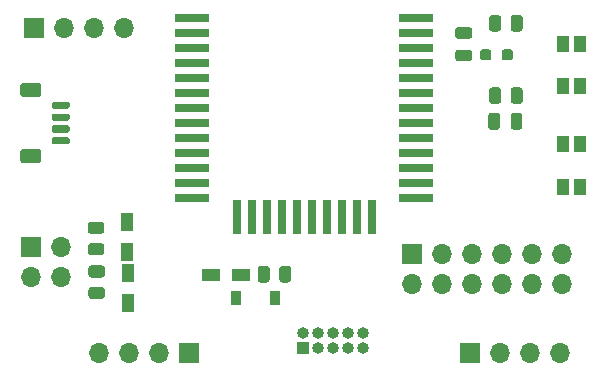
<source format=gbr>
%TF.GenerationSoftware,KiCad,Pcbnew,5.1.9-73d0e3b20d~88~ubuntu20.04.1*%
%TF.CreationDate,2021-02-15T14:30:30+00:00*%
%TF.ProjectId,daughter_board,64617567-6874-4657-925f-626f6172642e,rev?*%
%TF.SameCoordinates,Original*%
%TF.FileFunction,Soldermask,Top*%
%TF.FilePolarity,Negative*%
%FSLAX46Y46*%
G04 Gerber Fmt 4.6, Leading zero omitted, Abs format (unit mm)*
G04 Created by KiCad (PCBNEW 5.1.9-73d0e3b20d~88~ubuntu20.04.1) date 2021-02-15 14:30:30*
%MOMM*%
%LPD*%
G01*
G04 APERTURE LIST*
%ADD10R,1.500000X1.000000*%
%ADD11R,1.000000X1.500000*%
%ADD12O,1.700000X1.700000*%
%ADD13R,1.700000X1.700000*%
%ADD14R,1.050000X1.400000*%
%ADD15R,0.914400X1.219200*%
%ADD16O,1.000000X1.000000*%
%ADD17R,1.000000X1.000000*%
%ADD18R,3.000000X0.800000*%
%ADD19R,0.800000X3.000000*%
G04 APERTURE END LIST*
D10*
%TO.C,D3*%
X125000000Y-120750000D03*
X127500000Y-120750000D03*
%TD*%
D11*
%TO.C,D2*%
X117950000Y-120650000D03*
X117950000Y-123150000D03*
%TD*%
%TO.C,D1*%
X117900000Y-118800000D03*
X117900000Y-116300000D03*
%TD*%
%TO.C,STEMMA1*%
G36*
G01*
X110375001Y-105725000D02*
X109074999Y-105725000D01*
G75*
G02*
X108825000Y-105475001I0J249999D01*
G01*
X108825000Y-104774999D01*
G75*
G02*
X109074999Y-104525000I249999J0D01*
G01*
X110375001Y-104525000D01*
G75*
G02*
X110625000Y-104774999I0J-249999D01*
G01*
X110625000Y-105475001D01*
G75*
G02*
X110375001Y-105725000I-249999J0D01*
G01*
G37*
G36*
G01*
X110375001Y-111325000D02*
X109074999Y-111325000D01*
G75*
G02*
X108825000Y-111075001I0J249999D01*
G01*
X108825000Y-110374999D01*
G75*
G02*
X109074999Y-110125000I249999J0D01*
G01*
X110375001Y-110125000D01*
G75*
G02*
X110625000Y-110374999I0J-249999D01*
G01*
X110625000Y-111075001D01*
G75*
G02*
X110375001Y-111325000I-249999J0D01*
G01*
G37*
G36*
G01*
X112875000Y-106725000D02*
X111625000Y-106725000D01*
G75*
G02*
X111475000Y-106575000I0J150000D01*
G01*
X111475000Y-106275000D01*
G75*
G02*
X111625000Y-106125000I150000J0D01*
G01*
X112875000Y-106125000D01*
G75*
G02*
X113025000Y-106275000I0J-150000D01*
G01*
X113025000Y-106575000D01*
G75*
G02*
X112875000Y-106725000I-150000J0D01*
G01*
G37*
G36*
G01*
X112875000Y-107725000D02*
X111625000Y-107725000D01*
G75*
G02*
X111475000Y-107575000I0J150000D01*
G01*
X111475000Y-107275000D01*
G75*
G02*
X111625000Y-107125000I150000J0D01*
G01*
X112875000Y-107125000D01*
G75*
G02*
X113025000Y-107275000I0J-150000D01*
G01*
X113025000Y-107575000D01*
G75*
G02*
X112875000Y-107725000I-150000J0D01*
G01*
G37*
G36*
G01*
X112875000Y-108725000D02*
X111625000Y-108725000D01*
G75*
G02*
X111475000Y-108575000I0J150000D01*
G01*
X111475000Y-108275000D01*
G75*
G02*
X111625000Y-108125000I150000J0D01*
G01*
X112875000Y-108125000D01*
G75*
G02*
X113025000Y-108275000I0J-150000D01*
G01*
X113025000Y-108575000D01*
G75*
G02*
X112875000Y-108725000I-150000J0D01*
G01*
G37*
G36*
G01*
X112875000Y-109725000D02*
X111625000Y-109725000D01*
G75*
G02*
X111475000Y-109575000I0J150000D01*
G01*
X111475000Y-109275000D01*
G75*
G02*
X111625000Y-109125000I150000J0D01*
G01*
X112875000Y-109125000D01*
G75*
G02*
X113025000Y-109275000I0J-150000D01*
G01*
X113025000Y-109575000D01*
G75*
G02*
X112875000Y-109725000I-150000J0D01*
G01*
G37*
%TD*%
D12*
%TO.C,J5*%
X154735000Y-121590000D03*
X154735000Y-119050000D03*
X152195000Y-121590000D03*
X152195000Y-119050000D03*
X149655000Y-121590000D03*
X149655000Y-119050000D03*
X147115000Y-121590000D03*
X147115000Y-119050000D03*
X144575000Y-121590000D03*
X144575000Y-119050000D03*
X142035000Y-121590000D03*
D13*
X142035000Y-119050000D03*
%TD*%
D12*
%TO.C,J2*%
X112315000Y-120940000D03*
X109775000Y-120940000D03*
X112315000Y-118400000D03*
D13*
X109775000Y-118400000D03*
%TD*%
D12*
%TO.C,APDS9930*%
X115480000Y-127400000D03*
X118020000Y-127400000D03*
X120560000Y-127400000D03*
D13*
X123100000Y-127400000D03*
%TD*%
%TO.C,R1*%
G36*
G01*
X149550000Y-105149998D02*
X149550000Y-106050002D01*
G75*
G02*
X149300002Y-106300000I-249998J0D01*
G01*
X148774998Y-106300000D01*
G75*
G02*
X148525000Y-106050002I0J249998D01*
G01*
X148525000Y-105149998D01*
G75*
G02*
X148774998Y-104900000I249998J0D01*
G01*
X149300002Y-104900000D01*
G75*
G02*
X149550000Y-105149998I0J-249998D01*
G01*
G37*
G36*
G01*
X151375000Y-105149998D02*
X151375000Y-106050002D01*
G75*
G02*
X151125002Y-106300000I-249998J0D01*
G01*
X150599998Y-106300000D01*
G75*
G02*
X150350000Y-106050002I0J249998D01*
G01*
X150350000Y-105149998D01*
G75*
G02*
X150599998Y-104900000I249998J0D01*
G01*
X151125002Y-104900000D01*
G75*
G02*
X151375000Y-105149998I0J-249998D01*
G01*
G37*
%TD*%
%TO.C,C3*%
G36*
G01*
X149450000Y-107300000D02*
X149450000Y-108250000D01*
G75*
G02*
X149200000Y-108500000I-250000J0D01*
G01*
X148700000Y-108500000D01*
G75*
G02*
X148450000Y-108250000I0J250000D01*
G01*
X148450000Y-107300000D01*
G75*
G02*
X148700000Y-107050000I250000J0D01*
G01*
X149200000Y-107050000D01*
G75*
G02*
X149450000Y-107300000I0J-250000D01*
G01*
G37*
G36*
G01*
X151350000Y-107300000D02*
X151350000Y-108250000D01*
G75*
G02*
X151100000Y-108500000I-250000J0D01*
G01*
X150600000Y-108500000D01*
G75*
G02*
X150350000Y-108250000I0J250000D01*
G01*
X150350000Y-107300000D01*
G75*
G02*
X150600000Y-107050000I250000J0D01*
G01*
X151100000Y-107050000D01*
G75*
G02*
X151350000Y-107300000I0J-250000D01*
G01*
G37*
%TD*%
D14*
%TO.C,SW2*%
X154750000Y-104800000D03*
X154750000Y-101200000D03*
X156200000Y-104800000D03*
X156200000Y-101200000D03*
%TD*%
%TO.C,SW1*%
X154750000Y-113325000D03*
X154750000Y-109725000D03*
X156200000Y-113325000D03*
X156200000Y-109725000D03*
%TD*%
%TO.C,FB1*%
G36*
G01*
X148725000Y-101912500D02*
X148725000Y-102387500D01*
G75*
G02*
X148487500Y-102625000I-237500J0D01*
G01*
X147987500Y-102625000D01*
G75*
G02*
X147750000Y-102387500I0J237500D01*
G01*
X147750000Y-101912500D01*
G75*
G02*
X147987500Y-101675000I237500J0D01*
G01*
X148487500Y-101675000D01*
G75*
G02*
X148725000Y-101912500I0J-237500D01*
G01*
G37*
G36*
G01*
X150550000Y-101912500D02*
X150550000Y-102387500D01*
G75*
G02*
X150312500Y-102625000I-237500J0D01*
G01*
X149812500Y-102625000D01*
G75*
G02*
X149575000Y-102387500I0J237500D01*
G01*
X149575000Y-101912500D01*
G75*
G02*
X149812500Y-101675000I237500J0D01*
G01*
X150312500Y-101675000D01*
G75*
G02*
X150550000Y-101912500I0J-237500D01*
G01*
G37*
%TD*%
D15*
%TO.C,D4*%
X130388300Y-122775000D03*
X127111700Y-122775000D03*
%TD*%
D12*
%TO.C,AHT10*%
X154520000Y-127400000D03*
X151980000Y-127400000D03*
X149440000Y-127400000D03*
D13*
X146900000Y-127400000D03*
%TD*%
D16*
%TO.C,J3*%
X137855000Y-125730000D03*
X137855000Y-127000000D03*
X136585000Y-125730000D03*
X136585000Y-127000000D03*
X135315000Y-125730000D03*
X135315000Y-127000000D03*
X134045000Y-125730000D03*
X134045000Y-127000000D03*
X132775000Y-125730000D03*
D17*
X132775000Y-127000000D03*
%TD*%
%TO.C,R7*%
G36*
G01*
X130750000Y-121175002D02*
X130750000Y-120274998D01*
G75*
G02*
X130999998Y-120025000I249998J0D01*
G01*
X131525002Y-120025000D01*
G75*
G02*
X131775000Y-120274998I0J-249998D01*
G01*
X131775000Y-121175002D01*
G75*
G02*
X131525002Y-121425000I-249998J0D01*
G01*
X130999998Y-121425000D01*
G75*
G02*
X130750000Y-121175002I0J249998D01*
G01*
G37*
G36*
G01*
X128925000Y-121175002D02*
X128925000Y-120274998D01*
G75*
G02*
X129174998Y-120025000I249998J0D01*
G01*
X129700002Y-120025000D01*
G75*
G02*
X129950000Y-120274998I0J-249998D01*
G01*
X129950000Y-121175002D01*
G75*
G02*
X129700002Y-121425000I-249998J0D01*
G01*
X129174998Y-121425000D01*
G75*
G02*
X128925000Y-121175002I0J249998D01*
G01*
G37*
%TD*%
%TO.C,R6*%
G36*
G01*
X115750002Y-121000000D02*
X114849998Y-121000000D01*
G75*
G02*
X114600000Y-120750002I0J249998D01*
G01*
X114600000Y-120224998D01*
G75*
G02*
X114849998Y-119975000I249998J0D01*
G01*
X115750002Y-119975000D01*
G75*
G02*
X116000000Y-120224998I0J-249998D01*
G01*
X116000000Y-120750002D01*
G75*
G02*
X115750002Y-121000000I-249998J0D01*
G01*
G37*
G36*
G01*
X115750002Y-122825000D02*
X114849998Y-122825000D01*
G75*
G02*
X114600000Y-122575002I0J249998D01*
G01*
X114600000Y-122049998D01*
G75*
G02*
X114849998Y-121800000I249998J0D01*
G01*
X115750002Y-121800000D01*
G75*
G02*
X116000000Y-122049998I0J-249998D01*
G01*
X116000000Y-122575002D01*
G75*
G02*
X115750002Y-122825000I-249998J0D01*
G01*
G37*
%TD*%
%TO.C,R5*%
G36*
G01*
X114799998Y-118100000D02*
X115700002Y-118100000D01*
G75*
G02*
X115950000Y-118349998I0J-249998D01*
G01*
X115950000Y-118875002D01*
G75*
G02*
X115700002Y-119125000I-249998J0D01*
G01*
X114799998Y-119125000D01*
G75*
G02*
X114550000Y-118875002I0J249998D01*
G01*
X114550000Y-118349998D01*
G75*
G02*
X114799998Y-118100000I249998J0D01*
G01*
G37*
G36*
G01*
X114799998Y-116275000D02*
X115700002Y-116275000D01*
G75*
G02*
X115950000Y-116524998I0J-249998D01*
G01*
X115950000Y-117050002D01*
G75*
G02*
X115700002Y-117300000I-249998J0D01*
G01*
X114799998Y-117300000D01*
G75*
G02*
X114550000Y-117050002I0J249998D01*
G01*
X114550000Y-116524998D01*
G75*
G02*
X114799998Y-116275000I249998J0D01*
G01*
G37*
%TD*%
%TO.C,R4*%
G36*
G01*
X149550000Y-99024998D02*
X149550000Y-99925002D01*
G75*
G02*
X149300002Y-100175000I-249998J0D01*
G01*
X148774998Y-100175000D01*
G75*
G02*
X148525000Y-99925002I0J249998D01*
G01*
X148525000Y-99024998D01*
G75*
G02*
X148774998Y-98775000I249998J0D01*
G01*
X149300002Y-98775000D01*
G75*
G02*
X149550000Y-99024998I0J-249998D01*
G01*
G37*
G36*
G01*
X151375000Y-99024998D02*
X151375000Y-99925002D01*
G75*
G02*
X151125002Y-100175000I-249998J0D01*
G01*
X150599998Y-100175000D01*
G75*
G02*
X150350000Y-99925002I0J249998D01*
G01*
X150350000Y-99024998D01*
G75*
G02*
X150599998Y-98775000I249998J0D01*
G01*
X151125002Y-98775000D01*
G75*
G02*
X151375000Y-99024998I0J-249998D01*
G01*
G37*
%TD*%
D12*
%TO.C,J1*%
X117645000Y-99900000D03*
X115105000Y-99900000D03*
X112565000Y-99900000D03*
D13*
X110025000Y-99900000D03*
%TD*%
%TO.C,C2*%
G36*
G01*
X146850000Y-100800000D02*
X145900000Y-100800000D01*
G75*
G02*
X145650000Y-100550000I0J250000D01*
G01*
X145650000Y-100050000D01*
G75*
G02*
X145900000Y-99800000I250000J0D01*
G01*
X146850000Y-99800000D01*
G75*
G02*
X147100000Y-100050000I0J-250000D01*
G01*
X147100000Y-100550000D01*
G75*
G02*
X146850000Y-100800000I-250000J0D01*
G01*
G37*
G36*
G01*
X146850000Y-102700000D02*
X145900000Y-102700000D01*
G75*
G02*
X145650000Y-102450000I0J250000D01*
G01*
X145650000Y-101950000D01*
G75*
G02*
X145900000Y-101700000I250000J0D01*
G01*
X146850000Y-101700000D01*
G75*
G02*
X147100000Y-101950000I0J-250000D01*
G01*
X147100000Y-102450000D01*
G75*
G02*
X146850000Y-102700000I-250000J0D01*
G01*
G37*
%TD*%
D18*
%TO.C,U3*%
X142340000Y-99060000D03*
X142340000Y-100330000D03*
X142340000Y-101600000D03*
X142340000Y-102870000D03*
X142340000Y-104140000D03*
X142340000Y-105410000D03*
X142340000Y-106680000D03*
X142340000Y-107950000D03*
X142340000Y-109220000D03*
X142340000Y-110490000D03*
X123350000Y-114300000D03*
D19*
X127140000Y-115900000D03*
D18*
X123350000Y-113030000D03*
D19*
X128410000Y-115900000D03*
D18*
X123350000Y-111760000D03*
D19*
X129680000Y-115900000D03*
D18*
X123350000Y-110490000D03*
D19*
X130950000Y-115900000D03*
D18*
X123350000Y-109220000D03*
D19*
X138570000Y-115900000D03*
D18*
X123350000Y-107950000D03*
D19*
X132220000Y-115900000D03*
D18*
X123350000Y-106680000D03*
D19*
X133490000Y-115900000D03*
D18*
X123350000Y-105410000D03*
D19*
X134760000Y-115900000D03*
D18*
X123350000Y-104140000D03*
D19*
X136030000Y-115900000D03*
D18*
X123350000Y-102870000D03*
D19*
X137300000Y-115900000D03*
D18*
X123350000Y-101600000D03*
X142350000Y-114300000D03*
X123350000Y-100330000D03*
X142350000Y-113030000D03*
X123350000Y-99060000D03*
X142350000Y-111760000D03*
%TD*%
M02*

</source>
